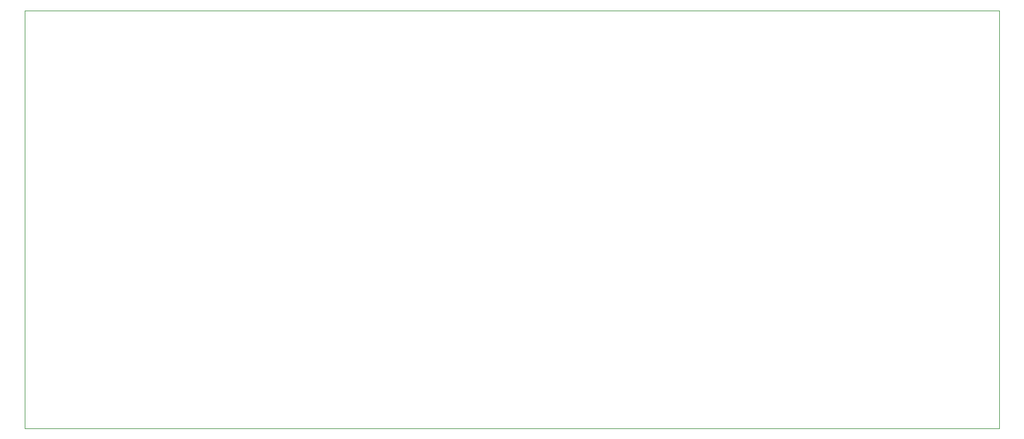
<source format=gbr>
%TF.GenerationSoftware,KiCad,Pcbnew,(5.1.6)-1*%
%TF.CreationDate,2020-11-06T14:41:16+01:00*%
%TF.ProjectId,3V_4I_ac_afe,33565f34-495f-4616-935f-6166652e6b69,rev?*%
%TF.SameCoordinates,Original*%
%TF.FileFunction,Profile,NP*%
%FSLAX46Y46*%
G04 Gerber Fmt 4.6, Leading zero omitted, Abs format (unit mm)*
G04 Created by KiCad (PCBNEW (5.1.6)-1) date 2020-11-06 14:41:16*
%MOMM*%
%LPD*%
G01*
G04 APERTURE LIST*
%TA.AperFunction,Profile*%
%ADD10C,0.050000*%
%TD*%
G04 APERTURE END LIST*
D10*
X81000000Y-134000000D02*
X81000000Y-74000000D01*
X221000000Y-134000000D02*
X81000000Y-134000000D01*
X221000000Y-74000000D02*
X221000000Y-134000000D01*
X81000000Y-74000000D02*
X221000000Y-74000000D01*
M02*

</source>
